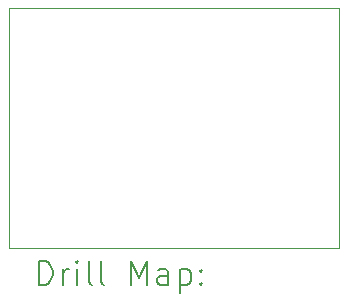
<source format=gbr>
%TF.GenerationSoftware,KiCad,Pcbnew,8.0.6*%
%TF.CreationDate,2024-11-12T13:13:14-05:00*%
%TF.ProjectId,lora_breakout,6c6f7261-5f62-4726-9561-6b6f75742e6b,rev?*%
%TF.SameCoordinates,Original*%
%TF.FileFunction,Drillmap*%
%TF.FilePolarity,Positive*%
%FSLAX45Y45*%
G04 Gerber Fmt 4.5, Leading zero omitted, Abs format (unit mm)*
G04 Created by KiCad (PCBNEW 8.0.6) date 2024-11-12 13:13:14*
%MOMM*%
%LPD*%
G01*
G04 APERTURE LIST*
%ADD10C,0.050000*%
%ADD11C,0.200000*%
G04 APERTURE END LIST*
D10*
X12573000Y-7493000D02*
X15367000Y-7493000D01*
X15367000Y-9525000D01*
X12573000Y-9525000D01*
X12573000Y-7493000D01*
D11*
X12831277Y-9838984D02*
X12831277Y-9638984D01*
X12831277Y-9638984D02*
X12878896Y-9638984D01*
X12878896Y-9638984D02*
X12907467Y-9648508D01*
X12907467Y-9648508D02*
X12926515Y-9667555D01*
X12926515Y-9667555D02*
X12936039Y-9686603D01*
X12936039Y-9686603D02*
X12945562Y-9724698D01*
X12945562Y-9724698D02*
X12945562Y-9753270D01*
X12945562Y-9753270D02*
X12936039Y-9791365D01*
X12936039Y-9791365D02*
X12926515Y-9810412D01*
X12926515Y-9810412D02*
X12907467Y-9829460D01*
X12907467Y-9829460D02*
X12878896Y-9838984D01*
X12878896Y-9838984D02*
X12831277Y-9838984D01*
X13031277Y-9838984D02*
X13031277Y-9705650D01*
X13031277Y-9743746D02*
X13040801Y-9724698D01*
X13040801Y-9724698D02*
X13050324Y-9715174D01*
X13050324Y-9715174D02*
X13069372Y-9705650D01*
X13069372Y-9705650D02*
X13088420Y-9705650D01*
X13155086Y-9838984D02*
X13155086Y-9705650D01*
X13155086Y-9638984D02*
X13145562Y-9648508D01*
X13145562Y-9648508D02*
X13155086Y-9658031D01*
X13155086Y-9658031D02*
X13164610Y-9648508D01*
X13164610Y-9648508D02*
X13155086Y-9638984D01*
X13155086Y-9638984D02*
X13155086Y-9658031D01*
X13278896Y-9838984D02*
X13259848Y-9829460D01*
X13259848Y-9829460D02*
X13250324Y-9810412D01*
X13250324Y-9810412D02*
X13250324Y-9638984D01*
X13383658Y-9838984D02*
X13364610Y-9829460D01*
X13364610Y-9829460D02*
X13355086Y-9810412D01*
X13355086Y-9810412D02*
X13355086Y-9638984D01*
X13612229Y-9838984D02*
X13612229Y-9638984D01*
X13612229Y-9638984D02*
X13678896Y-9781841D01*
X13678896Y-9781841D02*
X13745562Y-9638984D01*
X13745562Y-9638984D02*
X13745562Y-9838984D01*
X13926515Y-9838984D02*
X13926515Y-9734222D01*
X13926515Y-9734222D02*
X13916991Y-9715174D01*
X13916991Y-9715174D02*
X13897943Y-9705650D01*
X13897943Y-9705650D02*
X13859848Y-9705650D01*
X13859848Y-9705650D02*
X13840801Y-9715174D01*
X13926515Y-9829460D02*
X13907467Y-9838984D01*
X13907467Y-9838984D02*
X13859848Y-9838984D01*
X13859848Y-9838984D02*
X13840801Y-9829460D01*
X13840801Y-9829460D02*
X13831277Y-9810412D01*
X13831277Y-9810412D02*
X13831277Y-9791365D01*
X13831277Y-9791365D02*
X13840801Y-9772317D01*
X13840801Y-9772317D02*
X13859848Y-9762793D01*
X13859848Y-9762793D02*
X13907467Y-9762793D01*
X13907467Y-9762793D02*
X13926515Y-9753270D01*
X14021753Y-9705650D02*
X14021753Y-9905650D01*
X14021753Y-9715174D02*
X14040801Y-9705650D01*
X14040801Y-9705650D02*
X14078896Y-9705650D01*
X14078896Y-9705650D02*
X14097943Y-9715174D01*
X14097943Y-9715174D02*
X14107467Y-9724698D01*
X14107467Y-9724698D02*
X14116991Y-9743746D01*
X14116991Y-9743746D02*
X14116991Y-9800889D01*
X14116991Y-9800889D02*
X14107467Y-9819936D01*
X14107467Y-9819936D02*
X14097943Y-9829460D01*
X14097943Y-9829460D02*
X14078896Y-9838984D01*
X14078896Y-9838984D02*
X14040801Y-9838984D01*
X14040801Y-9838984D02*
X14021753Y-9829460D01*
X14202705Y-9819936D02*
X14212229Y-9829460D01*
X14212229Y-9829460D02*
X14202705Y-9838984D01*
X14202705Y-9838984D02*
X14193182Y-9829460D01*
X14193182Y-9829460D02*
X14202705Y-9819936D01*
X14202705Y-9819936D02*
X14202705Y-9838984D01*
X14202705Y-9715174D02*
X14212229Y-9724698D01*
X14212229Y-9724698D02*
X14202705Y-9734222D01*
X14202705Y-9734222D02*
X14193182Y-9724698D01*
X14193182Y-9724698D02*
X14202705Y-9715174D01*
X14202705Y-9715174D02*
X14202705Y-9734222D01*
M02*

</source>
